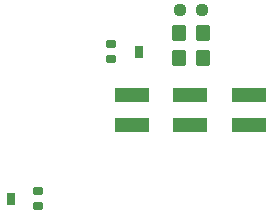
<source format=gbr>
%TF.GenerationSoftware,KiCad,Pcbnew,(6.0.5)*%
%TF.CreationDate,2023-08-08T13:15:34+01:00*%
%TF.ProjectId,Melty-daughter,4d656c74-792d-4646-9175-67687465722e,rev?*%
%TF.SameCoordinates,Original*%
%TF.FileFunction,Paste,Top*%
%TF.FilePolarity,Positive*%
%FSLAX46Y46*%
G04 Gerber Fmt 4.6, Leading zero omitted, Abs format (unit mm)*
G04 Created by KiCad (PCBNEW (6.0.5)) date 2023-08-08 13:15:34*
%MOMM*%
%LPD*%
G01*
G04 APERTURE LIST*
G04 Aperture macros list*
%AMRoundRect*
0 Rectangle with rounded corners*
0 $1 Rounding radius*
0 $2 $3 $4 $5 $6 $7 $8 $9 X,Y pos of 4 corners*
0 Add a 4 corners polygon primitive as box body*
4,1,4,$2,$3,$4,$5,$6,$7,$8,$9,$2,$3,0*
0 Add four circle primitives for the rounded corners*
1,1,$1+$1,$2,$3*
1,1,$1+$1,$4,$5*
1,1,$1+$1,$6,$7*
1,1,$1+$1,$8,$9*
0 Add four rect primitives between the rounded corners*
20,1,$1+$1,$2,$3,$4,$5,0*
20,1,$1+$1,$4,$5,$6,$7,0*
20,1,$1+$1,$6,$7,$8,$9,0*
20,1,$1+$1,$8,$9,$2,$3,0*%
G04 Aperture macros list end*
%ADD10RoundRect,0.060000X0.340000X-0.240000X0.340000X0.240000X-0.340000X0.240000X-0.340000X-0.240000X0*%
%ADD11RoundRect,0.070000X0.280000X-0.430000X0.280000X0.430000X-0.280000X0.430000X-0.280000X-0.430000X0*%
%ADD12RoundRect,0.250000X0.350000X0.450000X-0.350000X0.450000X-0.350000X-0.450000X0.350000X-0.450000X0*%
%ADD13RoundRect,0.060000X-0.340000X0.240000X-0.340000X-0.240000X0.340000X-0.240000X0.340000X0.240000X0*%
%ADD14RoundRect,0.070000X-0.280000X0.430000X-0.280000X-0.430000X0.280000X-0.430000X0.280000X0.430000X0*%
%ADD15R,3.000000X1.200000*%
%ADD16RoundRect,0.237500X0.250000X0.237500X-0.250000X0.237500X-0.250000X-0.237500X0.250000X-0.237500X0*%
G04 APERTURE END LIST*
D10*
%TO.C,RV3*%
X107550000Y-98150000D03*
D11*
X105200000Y-97500000D03*
D10*
X107550000Y-96850000D03*
%TD*%
D12*
%TO.C,R2*%
X121450000Y-85600000D03*
X119450000Y-85600000D03*
%TD*%
D13*
%TO.C,RV1*%
X113700000Y-84400000D03*
D14*
X116050000Y-85050000D03*
D13*
X113700000Y-85700000D03*
%TD*%
D15*
%TO.C,Q3*%
X115450000Y-91250000D03*
X115450000Y-88750000D03*
%TD*%
%TO.C,Q2*%
X120400000Y-91250000D03*
X120400000Y-88750000D03*
%TD*%
D16*
%TO.C,R1*%
X121362500Y-81550000D03*
X119537500Y-81550000D03*
%TD*%
D12*
%TO.C,R4*%
X121450000Y-83500000D03*
X119450000Y-83500000D03*
%TD*%
D15*
%TO.C,Q1*%
X125350000Y-91250000D03*
X125350000Y-88750000D03*
%TD*%
M02*

</source>
